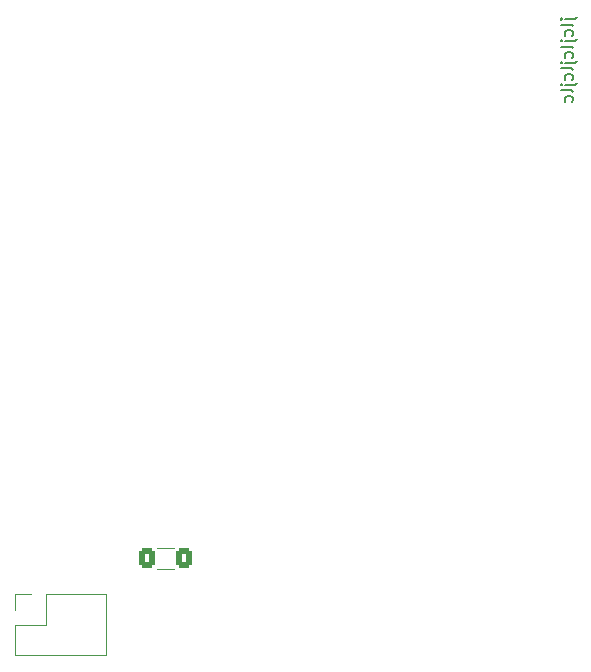
<source format=gbr>
G04 #@! TF.GenerationSoftware,KiCad,Pcbnew,(6.99.0-2452-gdb4f2d9dd8)*
G04 #@! TF.CreationDate,2022-08-02T16:49:25-05:00*
G04 #@! TF.ProjectId,CalPoly,43616c50-6f6c-4792-9e6b-696361645f70,rev?*
G04 #@! TF.SameCoordinates,Original*
G04 #@! TF.FileFunction,Legend,Bot*
G04 #@! TF.FilePolarity,Positive*
%FSLAX46Y46*%
G04 Gerber Fmt 4.6, Leading zero omitted, Abs format (unit mm)*
G04 Created by KiCad (PCBNEW (6.99.0-2452-gdb4f2d9dd8)) date 2022-08-02 16:49:25*
%MOMM*%
%LPD*%
G01*
G04 APERTURE LIST*
G04 Aperture macros list*
%AMRoundRect*
0 Rectangle with rounded corners*
0 $1 Rounding radius*
0 $2 $3 $4 $5 $6 $7 $8 $9 X,Y pos of 4 corners*
0 Add a 4 corners polygon primitive as box body*
4,1,4,$2,$3,$4,$5,$6,$7,$8,$9,$2,$3,0*
0 Add four circle primitives for the rounded corners*
1,1,$1+$1,$2,$3*
1,1,$1+$1,$4,$5*
1,1,$1+$1,$6,$7*
1,1,$1+$1,$8,$9*
0 Add four rect primitives between the rounded corners*
20,1,$1+$1,$2,$3,$4,$5,0*
20,1,$1+$1,$4,$5,$6,$7,0*
20,1,$1+$1,$6,$7,$8,$9,0*
20,1,$1+$1,$8,$9,$2,$3,0*%
G04 Aperture macros list end*
%ADD10C,0.150000*%
%ADD11C,0.120000*%
%ADD12R,1.800000X1.800000*%
%ADD13C,1.800000*%
%ADD14R,1.700000X1.700000*%
%ADD15O,1.700000X1.700000*%
%ADD16RoundRect,0.250000X0.400000X0.625000X-0.400000X0.625000X-0.400000X-0.625000X0.400000X-0.625000X0*%
G04 APERTURE END LIST*
D10*
X92300714Y-61823809D02*
X93157857Y-61823809D01*
X93157857Y-61823809D02*
X93253095Y-61776190D01*
X93253095Y-61776190D02*
X93300714Y-61680952D01*
X93300714Y-61680952D02*
X93300714Y-61633333D01*
X91967380Y-61823809D02*
X92015000Y-61776190D01*
X92015000Y-61776190D02*
X92062619Y-61823809D01*
X92062619Y-61823809D02*
X92015000Y-61871428D01*
X92015000Y-61871428D02*
X91967380Y-61823809D01*
X91967380Y-61823809D02*
X92062619Y-61823809D01*
X92967380Y-62442856D02*
X92919761Y-62347618D01*
X92919761Y-62347618D02*
X92824523Y-62299999D01*
X92824523Y-62299999D02*
X91967380Y-62299999D01*
X92919761Y-63252380D02*
X92967380Y-63157142D01*
X92967380Y-63157142D02*
X92967380Y-62966666D01*
X92967380Y-62966666D02*
X92919761Y-62871428D01*
X92919761Y-62871428D02*
X92872142Y-62823809D01*
X92872142Y-62823809D02*
X92776904Y-62776190D01*
X92776904Y-62776190D02*
X92491190Y-62776190D01*
X92491190Y-62776190D02*
X92395952Y-62823809D01*
X92395952Y-62823809D02*
X92348333Y-62871428D01*
X92348333Y-62871428D02*
X92300714Y-62966666D01*
X92300714Y-62966666D02*
X92300714Y-63157142D01*
X92300714Y-63157142D02*
X92348333Y-63252380D01*
X92300714Y-63680952D02*
X93157857Y-63680952D01*
X93157857Y-63680952D02*
X93253095Y-63633333D01*
X93253095Y-63633333D02*
X93300714Y-63538095D01*
X93300714Y-63538095D02*
X93300714Y-63490476D01*
X91967380Y-63680952D02*
X92015000Y-63633333D01*
X92015000Y-63633333D02*
X92062619Y-63680952D01*
X92062619Y-63680952D02*
X92015000Y-63728571D01*
X92015000Y-63728571D02*
X91967380Y-63680952D01*
X91967380Y-63680952D02*
X92062619Y-63680952D01*
X92967380Y-64299999D02*
X92919761Y-64204761D01*
X92919761Y-64204761D02*
X92824523Y-64157142D01*
X92824523Y-64157142D02*
X91967380Y-64157142D01*
X92919761Y-65109523D02*
X92967380Y-65014285D01*
X92967380Y-65014285D02*
X92967380Y-64823809D01*
X92967380Y-64823809D02*
X92919761Y-64728571D01*
X92919761Y-64728571D02*
X92872142Y-64680952D01*
X92872142Y-64680952D02*
X92776904Y-64633333D01*
X92776904Y-64633333D02*
X92491190Y-64633333D01*
X92491190Y-64633333D02*
X92395952Y-64680952D01*
X92395952Y-64680952D02*
X92348333Y-64728571D01*
X92348333Y-64728571D02*
X92300714Y-64823809D01*
X92300714Y-64823809D02*
X92300714Y-65014285D01*
X92300714Y-65014285D02*
X92348333Y-65109523D01*
X92300714Y-65538095D02*
X93157857Y-65538095D01*
X93157857Y-65538095D02*
X93253095Y-65490476D01*
X93253095Y-65490476D02*
X93300714Y-65395238D01*
X93300714Y-65395238D02*
X93300714Y-65347619D01*
X91967380Y-65538095D02*
X92015000Y-65490476D01*
X92015000Y-65490476D02*
X92062619Y-65538095D01*
X92062619Y-65538095D02*
X92015000Y-65585714D01*
X92015000Y-65585714D02*
X91967380Y-65538095D01*
X91967380Y-65538095D02*
X92062619Y-65538095D01*
X92967380Y-66157142D02*
X92919761Y-66061904D01*
X92919761Y-66061904D02*
X92824523Y-66014285D01*
X92824523Y-66014285D02*
X91967380Y-66014285D01*
X92919761Y-66966666D02*
X92967380Y-66871428D01*
X92967380Y-66871428D02*
X92967380Y-66680952D01*
X92967380Y-66680952D02*
X92919761Y-66585714D01*
X92919761Y-66585714D02*
X92872142Y-66538095D01*
X92872142Y-66538095D02*
X92776904Y-66490476D01*
X92776904Y-66490476D02*
X92491190Y-66490476D01*
X92491190Y-66490476D02*
X92395952Y-66538095D01*
X92395952Y-66538095D02*
X92348333Y-66585714D01*
X92348333Y-66585714D02*
X92300714Y-66680952D01*
X92300714Y-66680952D02*
X92300714Y-66871428D01*
X92300714Y-66871428D02*
X92348333Y-66966666D01*
X92300714Y-67395238D02*
X93157857Y-67395238D01*
X93157857Y-67395238D02*
X93253095Y-67347619D01*
X93253095Y-67347619D02*
X93300714Y-67252381D01*
X93300714Y-67252381D02*
X93300714Y-67204762D01*
X91967380Y-67395238D02*
X92015000Y-67347619D01*
X92015000Y-67347619D02*
X92062619Y-67395238D01*
X92062619Y-67395238D02*
X92015000Y-67442857D01*
X92015000Y-67442857D02*
X91967380Y-67395238D01*
X91967380Y-67395238D02*
X92062619Y-67395238D01*
X92967380Y-68014285D02*
X92919761Y-67919047D01*
X92919761Y-67919047D02*
X92824523Y-67871428D01*
X92824523Y-67871428D02*
X91967380Y-67871428D01*
X92919761Y-68823809D02*
X92967380Y-68728571D01*
X92967380Y-68728571D02*
X92967380Y-68538095D01*
X92967380Y-68538095D02*
X92919761Y-68442857D01*
X92919761Y-68442857D02*
X92872142Y-68395238D01*
X92872142Y-68395238D02*
X92776904Y-68347619D01*
X92776904Y-68347619D02*
X92491190Y-68347619D01*
X92491190Y-68347619D02*
X92395952Y-68395238D01*
X92395952Y-68395238D02*
X92348333Y-68442857D01*
X92348333Y-68442857D02*
X92300714Y-68538095D01*
X92300714Y-68538095D02*
X92300714Y-68728571D01*
X92300714Y-68728571D02*
X92348333Y-68823809D01*
D11*
X53470000Y-110500000D02*
X53470000Y-115700000D01*
X48330000Y-110500000D02*
X53470000Y-110500000D01*
X48330000Y-110500000D02*
X48330000Y-113100000D01*
X47060000Y-110500000D02*
X45730000Y-110500000D01*
X45730000Y-110500000D02*
X45730000Y-111830000D01*
X48330000Y-113100000D02*
X45730000Y-113100000D01*
X45730000Y-113100000D02*
X45730000Y-115700000D01*
X45730000Y-115700000D02*
X53470000Y-115700000D01*
X59227064Y-108410000D02*
X57772936Y-108410000D01*
X59227064Y-106590000D02*
X57772936Y-106590000D01*
%LPC*%
D12*
X62499999Y-114469999D03*
D13*
X62500000Y-111930000D03*
D14*
X47059999Y-111829999D03*
D15*
X47059999Y-114369999D03*
X49599999Y-111829999D03*
X49599999Y-114369999D03*
X52139999Y-111829999D03*
X52139999Y-114369999D03*
D16*
X60050000Y-107500000D03*
X56950000Y-107500000D03*
M02*

</source>
